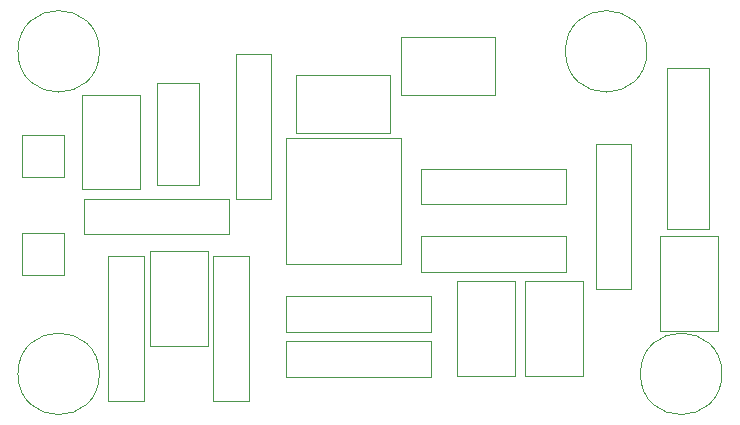
<source format=gbr>
%TF.GenerationSoftware,KiCad,Pcbnew,(5.1.6)-1*%
%TF.CreationDate,2020-11-02T08:51:04-08:00*%
%TF.ProjectId,Input_Signal_Conditioner,496e7075-745f-4536-9967-6e616c5f436f,A*%
%TF.SameCoordinates,Original*%
%TF.FileFunction,Other,User*%
%FSLAX46Y46*%
G04 Gerber Fmt 4.6, Leading zero omitted, Abs format (unit mm)*
G04 Created by KiCad (PCBNEW (5.1.6)-1) date 2020-11-02 08:51:04*
%MOMM*%
%LPD*%
G01*
G04 APERTURE LIST*
%ADD10C,0.050000*%
G04 APERTURE END LIST*
D10*
%TO.C,J4*%
X122660000Y-76065000D02*
X122660000Y-67415000D01*
X126210000Y-76065000D02*
X122660000Y-76065000D01*
X126210000Y-67415000D02*
X126210000Y-76065000D01*
X122660000Y-67415000D02*
X126210000Y-67415000D01*
%TO.C,J1*%
X111230000Y-71860000D02*
X114780000Y-71860000D01*
X114780000Y-71860000D02*
X114780000Y-75410000D01*
X114780000Y-75410000D02*
X111230000Y-75410000D01*
X111230000Y-75410000D02*
X111230000Y-71860000D01*
%TO.C,J2*%
X111230000Y-83665000D02*
X111230000Y-80115000D01*
X114780000Y-83665000D02*
X111230000Y-83665000D01*
X114780000Y-80115000D02*
X114780000Y-83665000D01*
X111230000Y-80115000D02*
X114780000Y-80115000D01*
%TO.C,J3*%
X165840000Y-79845000D02*
X165840000Y-66145000D01*
X169390000Y-79845000D02*
X165840000Y-79845000D01*
X169390000Y-66145000D02*
X169390000Y-79845000D01*
X165840000Y-66145000D02*
X169390000Y-66145000D01*
%TO.C,C1*%
X116295000Y-68430000D02*
X116295000Y-76430000D01*
X121195000Y-68430000D02*
X116295000Y-68430000D01*
X121195000Y-76430000D02*
X121195000Y-68430000D01*
X116295000Y-76430000D02*
X121195000Y-76430000D01*
%TO.C,C2*%
X126910000Y-81685000D02*
X122010000Y-81685000D01*
X122010000Y-81685000D02*
X122010000Y-89685000D01*
X122010000Y-89685000D02*
X126910000Y-89685000D01*
X126910000Y-89685000D02*
X126910000Y-81685000D01*
%TO.C,C3*%
X151280000Y-63590000D02*
X143280000Y-63590000D01*
X151280000Y-68490000D02*
X151280000Y-63590000D01*
X143280000Y-68490000D02*
X151280000Y-68490000D01*
X143280000Y-63590000D02*
X143280000Y-68490000D01*
%TO.C,C4*%
X152945000Y-84225000D02*
X148045000Y-84225000D01*
X148045000Y-84225000D02*
X148045000Y-92225000D01*
X148045000Y-92225000D02*
X152945000Y-92225000D01*
X152945000Y-92225000D02*
X152945000Y-84225000D01*
%TO.C,C5*%
X158660000Y-92225000D02*
X158660000Y-84225000D01*
X153760000Y-92225000D02*
X158660000Y-92225000D01*
X153760000Y-84225000D02*
X153760000Y-92225000D01*
X158660000Y-84225000D02*
X153760000Y-84225000D01*
%TO.C,C6*%
X170090000Y-80415000D02*
X165190000Y-80415000D01*
X165190000Y-80415000D02*
X165190000Y-88415000D01*
X165190000Y-88415000D02*
X170090000Y-88415000D01*
X170090000Y-88415000D02*
X170090000Y-80415000D01*
%TO.C,R1*%
X127405000Y-94395000D02*
X130405000Y-94395000D01*
X130405000Y-94395000D02*
X130405000Y-82135000D01*
X130405000Y-82135000D02*
X127405000Y-82135000D01*
X127405000Y-82135000D02*
X127405000Y-94395000D01*
%TO.C,R2*%
X121515000Y-94395000D02*
X121515000Y-82135000D01*
X118515000Y-94395000D02*
X121515000Y-94395000D01*
X118515000Y-82135000D02*
X118515000Y-94395000D01*
X121515000Y-82135000D02*
X118515000Y-82135000D01*
%TO.C,R3*%
X128685000Y-80240000D02*
X128685000Y-77240000D01*
X128685000Y-77240000D02*
X116425000Y-77240000D01*
X116425000Y-77240000D02*
X116425000Y-80240000D01*
X116425000Y-80240000D02*
X128685000Y-80240000D01*
%TO.C,R4*%
X129310000Y-64990000D02*
X129310000Y-77250000D01*
X132310000Y-64990000D02*
X129310000Y-64990000D01*
X132310000Y-77250000D02*
X132310000Y-64990000D01*
X129310000Y-77250000D02*
X132310000Y-77250000D01*
%TO.C,R5*%
X145830000Y-88495000D02*
X145830000Y-85495000D01*
X145830000Y-85495000D02*
X133570000Y-85495000D01*
X133570000Y-85495000D02*
X133570000Y-88495000D01*
X133570000Y-88495000D02*
X145830000Y-88495000D01*
%TO.C,R6*%
X145830000Y-92305000D02*
X145830000Y-89305000D01*
X145830000Y-89305000D02*
X133570000Y-89305000D01*
X133570000Y-89305000D02*
X133570000Y-92305000D01*
X133570000Y-92305000D02*
X145830000Y-92305000D01*
%TO.C,R7*%
X145000000Y-83415000D02*
X157260000Y-83415000D01*
X145000000Y-80415000D02*
X145000000Y-83415000D01*
X157260000Y-80415000D02*
X145000000Y-80415000D01*
X157260000Y-83415000D02*
X157260000Y-80415000D01*
%TO.C,R8*%
X145000000Y-77700000D02*
X157260000Y-77700000D01*
X145000000Y-74700000D02*
X145000000Y-77700000D01*
X157260000Y-74700000D02*
X145000000Y-74700000D01*
X157260000Y-77700000D02*
X157260000Y-74700000D01*
%TO.C,R9*%
X159790000Y-72610000D02*
X159790000Y-84870000D01*
X162790000Y-72610000D02*
X159790000Y-72610000D01*
X162790000Y-84870000D02*
X162790000Y-72610000D01*
X159790000Y-84870000D02*
X162790000Y-84870000D01*
%TO.C,U1*%
X143320000Y-72110000D02*
X133520000Y-72110000D01*
X143320000Y-82810000D02*
X143320000Y-72110000D01*
X133520000Y-82810000D02*
X143320000Y-82810000D01*
X133520000Y-72110000D02*
X133520000Y-82810000D01*
%TO.C,H1*%
X117750000Y-64770000D02*
G75*
G03*
X117750000Y-64770000I-3450000J0D01*
G01*
%TO.C,H2*%
X164105000Y-64770000D02*
G75*
G03*
X164105000Y-64770000I-3450000J0D01*
G01*
%TO.C,H3*%
X170455000Y-92075000D02*
G75*
G03*
X170455000Y-92075000I-3450000J0D01*
G01*
%TO.C,H4*%
X117750000Y-92075000D02*
G75*
G03*
X117750000Y-92075000I-3450000J0D01*
G01*
%TO.C,C7*%
X142390000Y-66765000D02*
X134390000Y-66765000D01*
X142390000Y-71665000D02*
X142390000Y-66765000D01*
X134390000Y-71665000D02*
X142390000Y-71665000D01*
X134390000Y-66765000D02*
X134390000Y-71665000D01*
%TD*%
M02*

</source>
